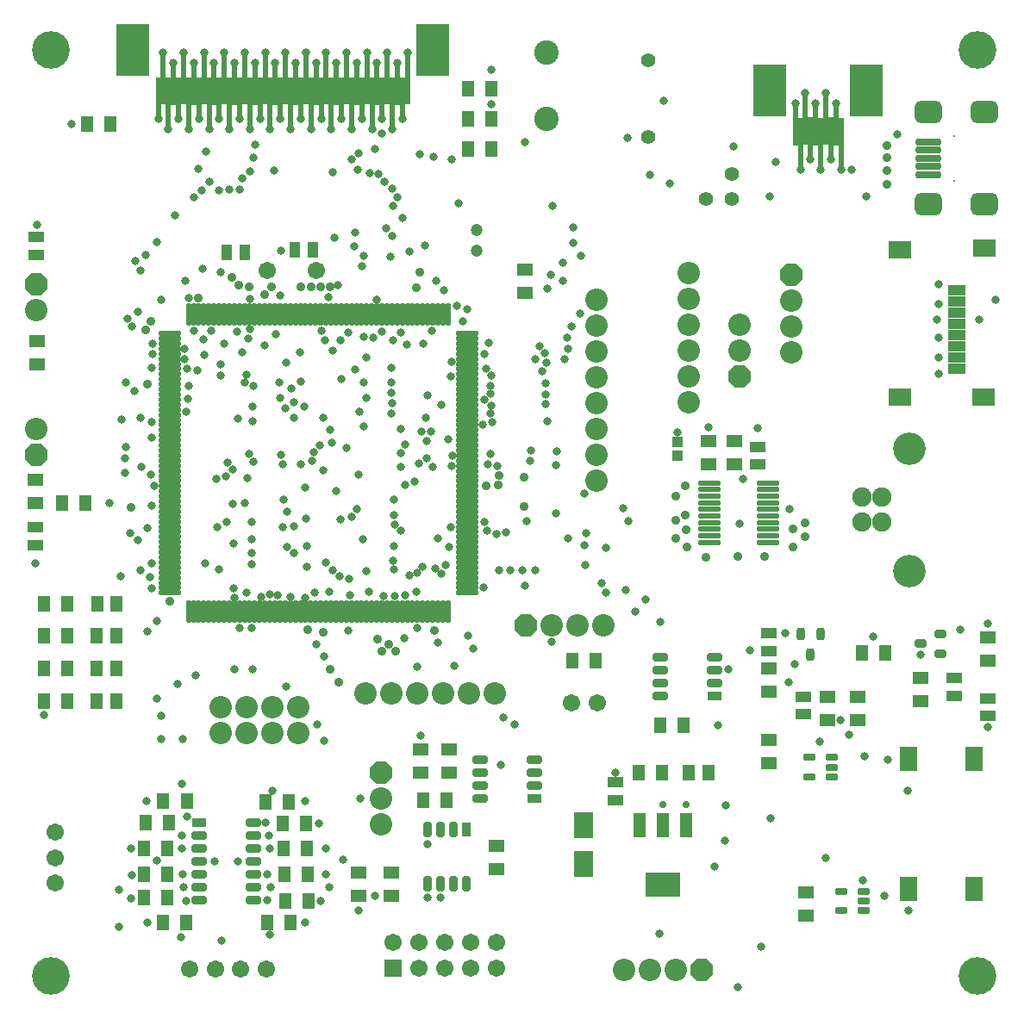
<source format=gts>
G04 Layer_Color=8388736*
%FSLAX44Y44*%
%MOMM*%
G71*
G01*
G75*
%ADD74R,1.2032X1.5032*%
G04:AMPARAMS|DCode=75|XSize=1.524mm|YSize=0.8128mm|CornerRadius=0.254mm|HoleSize=0mm|Usage=FLASHONLY|Rotation=180.000|XOffset=0mm|YOffset=0mm|HoleType=Round|Shape=RoundedRectangle|*
%AMROUNDEDRECTD75*
21,1,1.5240,0.3048,0,0,180.0*
21,1,1.0160,0.8128,0,0,180.0*
1,1,0.5080,-0.5080,0.1524*
1,1,0.5080,0.5080,0.1524*
1,1,0.5080,0.5080,-0.1524*
1,1,0.5080,-0.5080,-0.1524*
%
%ADD75ROUNDEDRECTD75*%
%ADD76R,1.4732X0.8128*%
G04:AMPARAMS|DCode=77|XSize=1.524mm|YSize=0.8128mm|CornerRadius=0.254mm|HoleSize=0mm|Usage=FLASHONLY|Rotation=270.000|XOffset=0mm|YOffset=0mm|HoleType=Round|Shape=RoundedRectangle|*
%AMROUNDEDRECTD77*
21,1,1.5240,0.3048,0,0,270.0*
21,1,1.0160,0.8128,0,0,270.0*
1,1,0.5080,-0.1524,-0.5080*
1,1,0.5080,-0.1524,0.5080*
1,1,0.5080,0.1524,0.5080*
1,1,0.5080,0.1524,-0.5080*
%
%ADD77ROUNDEDRECTD77*%
%ADD78R,0.8128X1.4732*%
%ADD79R,1.5032X1.2032*%
G04:AMPARAMS|DCode=80|XSize=0.8532mm|YSize=1.2032mm|CornerRadius=0.2641mm|HoleSize=0mm|Usage=FLASHONLY|Rotation=180.000|XOffset=0mm|YOffset=0mm|HoleType=Round|Shape=RoundedRectangle|*
%AMROUNDEDRECTD80*
21,1,0.8532,0.6750,0,0,180.0*
21,1,0.3250,1.2032,0,0,180.0*
1,1,0.5282,-0.1625,0.3375*
1,1,0.5282,0.1625,0.3375*
1,1,0.5282,0.1625,-0.3375*
1,1,0.5282,-0.1625,-0.3375*
%
%ADD80ROUNDEDRECTD80*%
G04:AMPARAMS|DCode=81|XSize=0.7032mm|YSize=2.5032mm|CornerRadius=0.2266mm|HoleSize=0mm|Usage=FLASHONLY|Rotation=270.000|XOffset=0mm|YOffset=0mm|HoleType=Round|Shape=RoundedRectangle|*
%AMROUNDEDRECTD81*
21,1,0.7032,2.0500,0,0,270.0*
21,1,0.2500,2.5032,0,0,270.0*
1,1,0.4532,-1.0250,-0.1250*
1,1,0.4532,-1.0250,0.1250*
1,1,0.4532,1.0250,0.1250*
1,1,0.4532,1.0250,-0.1250*
%
%ADD81ROUNDEDRECTD81*%
G04:AMPARAMS|DCode=82|XSize=2.2032mm|YSize=2.7032mm|CornerRadius=0.6016mm|HoleSize=0mm|Usage=FLASHONLY|Rotation=270.000|XOffset=0mm|YOffset=0mm|HoleType=Round|Shape=RoundedRectangle|*
%AMROUNDEDRECTD82*
21,1,2.2032,1.5000,0,0,270.0*
21,1,1.0000,2.7032,0,0,270.0*
1,1,1.2032,-0.7500,-0.5000*
1,1,1.2032,-0.7500,0.5000*
1,1,1.2032,0.7500,0.5000*
1,1,1.2032,0.7500,-0.5000*
%
%ADD82ROUNDEDRECTD82*%
%ADD83R,1.1032X1.0032*%
%ADD84R,0.5032X4.2032*%
%ADD85R,0.5032X5.2032*%
%ADD86R,3.2032X5.2032*%
%ADD87R,1.6032X1.0532*%
%ADD88R,1.0532X1.6032*%
%ADD89R,1.9532X2.6032*%
%ADD90R,1.2032X1.6032*%
%ADD91R,1.2032X2.3532*%
%ADD92R,3.4532X2.3532*%
%ADD93O,2.3032X0.5532*%
%ADD94R,2.2032X1.6532*%
%ADD95R,1.7032X1.0032*%
%ADD96O,0.5032X2.3032*%
%ADD97O,2.3032X0.5032*%
G04:AMPARAMS|DCode=98|XSize=0.8532mm|YSize=1.2032mm|CornerRadius=0.2641mm|HoleSize=0mm|Usage=FLASHONLY|Rotation=90.000|XOffset=0mm|YOffset=0mm|HoleType=Round|Shape=RoundedRectangle|*
%AMROUNDEDRECTD98*
21,1,0.8532,0.6750,0,0,90.0*
21,1,0.3250,1.2032,0,0,90.0*
1,1,0.5282,0.3375,0.1625*
1,1,0.5282,0.3375,-0.1625*
1,1,0.5282,-0.3375,-0.1625*
1,1,0.5282,-0.3375,0.1625*
%
%ADD98ROUNDEDRECTD98*%
G04:AMPARAMS|DCode=99|XSize=0.7532mm|YSize=1.2032mm|CornerRadius=0.2391mm|HoleSize=0mm|Usage=FLASHONLY|Rotation=90.000|XOffset=0mm|YOffset=0mm|HoleType=Round|Shape=RoundedRectangle|*
%AMROUNDEDRECTD99*
21,1,0.7532,0.7250,0,0,90.0*
21,1,0.2750,1.2032,0,0,90.0*
1,1,0.4782,0.3625,0.1375*
1,1,0.4782,0.3625,-0.1375*
1,1,0.4782,-0.3625,-0.1375*
1,1,0.4782,-0.3625,0.1375*
%
%ADD99ROUNDEDRECTD99*%
%ADD100R,1.8032X2.4032*%
%ADD101C,0.9032*%
%ADD102P,2.3847X8X202.5*%
%ADD103C,2.2032*%
%ADD104P,2.3847X8X292.5*%
%ADD105C,1.2032*%
%ADD106C,0.3032*%
%ADD107C,3.2032*%
%ADD108C,1.9032*%
%ADD109C,2.4032*%
%ADD110C,1.7032*%
%ADD111C,1.4032*%
%ADD112R,1.7032X1.7032*%
%ADD113C,0.8032*%
%ADD114C,0.7032*%
%ADD115C,3.7032*%
D74*
X585215Y1637250D02*
D03*
X608216D02*
D03*
X982750Y1613000D02*
D03*
X959750D02*
D03*
X982750Y1642500D02*
D03*
X959750D02*
D03*
X982750Y1672000D02*
D03*
X959750D02*
D03*
X938500Y972500D02*
D03*
X915500D02*
D03*
X802000Y900250D02*
D03*
X779000D02*
D03*
X683000Y852750D02*
D03*
X660000D02*
D03*
X660250Y971500D02*
D03*
X683250D02*
D03*
X762250Y852250D02*
D03*
X785250D02*
D03*
X565750Y1070250D02*
D03*
X542750D02*
D03*
X565750Y1102167D02*
D03*
X542750D02*
D03*
X565750Y1134083D02*
D03*
X542750D02*
D03*
X565750Y1166000D02*
D03*
X542750D02*
D03*
X1346750Y1117750D02*
D03*
X1369750D02*
D03*
X583500Y1264750D02*
D03*
X560500D02*
D03*
X802750Y873500D02*
D03*
X779750D02*
D03*
X1148250Y1046750D02*
D03*
X1171250D02*
D03*
X1062250Y1110250D02*
D03*
X1085250Y1110250D02*
D03*
X1127500Y1000000D02*
D03*
X1150500D02*
D03*
X778500Y925500D02*
D03*
X801500D02*
D03*
X783250Y971000D02*
D03*
X760250D02*
D03*
X777750Y949500D02*
D03*
X800750D02*
D03*
X664250Y899750D02*
D03*
X641250D02*
D03*
X664000Y876750D02*
D03*
X641000D02*
D03*
X664500Y925500D02*
D03*
X641500D02*
D03*
X666000Y950500D02*
D03*
X643000D02*
D03*
D75*
X971330Y974450D02*
D03*
Y987150D02*
D03*
Y1012550D02*
D03*
Y999850D02*
D03*
X1024670Y987150D02*
D03*
Y1012550D02*
D03*
Y999850D02*
D03*
X1201920Y1100850D02*
D03*
X1201920Y1113550D02*
D03*
Y1088150D02*
D03*
X1148580Y1100850D02*
D03*
X1148580Y1113550D02*
D03*
Y1088150D02*
D03*
X1148580Y1075450D02*
D03*
X749170Y912750D02*
D03*
X695830D02*
D03*
X749170Y925450D02*
D03*
X749170Y950850D02*
D03*
Y938150D02*
D03*
Y874650D02*
D03*
X749170Y900050D02*
D03*
X749170Y887350D02*
D03*
X695830Y925450D02*
D03*
X695830Y938150D02*
D03*
Y874650D02*
D03*
Y887350D02*
D03*
X695830Y900050D02*
D03*
D76*
X1024670Y974450D02*
D03*
X1201920Y1075450D02*
D03*
X695830Y950850D02*
D03*
D77*
X958150Y890130D02*
D03*
X945450D02*
D03*
X920050D02*
D03*
X932750D02*
D03*
X945450Y943470D02*
D03*
X920050D02*
D03*
X932750D02*
D03*
D78*
X958150D02*
D03*
D79*
X913250Y999750D02*
D03*
Y1022750D02*
D03*
X941000Y1000000D02*
D03*
Y1023000D02*
D03*
X1015500Y1494250D02*
D03*
Y1471250D02*
D03*
X1469750Y1133000D02*
D03*
Y1110000D02*
D03*
X1404500Y1069750D02*
D03*
Y1092750D02*
D03*
X852250Y878750D02*
D03*
Y901750D02*
D03*
X884100Y901800D02*
D03*
Y878800D02*
D03*
X987600Y905050D02*
D03*
Y928050D02*
D03*
X1255000Y1102500D02*
D03*
Y1079500D02*
D03*
X1312250Y1074250D02*
D03*
Y1051250D02*
D03*
X1254750Y1009000D02*
D03*
Y1032000D02*
D03*
X1291750Y859000D02*
D03*
Y882000D02*
D03*
X1342250Y1051250D02*
D03*
Y1074250D02*
D03*
X1221250Y1302500D02*
D03*
Y1325500D02*
D03*
X1196000Y1302500D02*
D03*
Y1325500D02*
D03*
X536000Y1401250D02*
D03*
Y1424250D02*
D03*
X535000Y1265035D02*
D03*
X535000Y1288035D02*
D03*
D80*
X1305500Y1135750D02*
D03*
X1286500D02*
D03*
X1296000Y1115750D02*
D03*
D81*
X1411750Y1603750D02*
D03*
Y1587750D02*
D03*
Y1595750D02*
D03*
Y1611750D02*
D03*
Y1619750D02*
D03*
D82*
Y1558750D02*
D03*
Y1648750D02*
D03*
X1466750Y1558750D02*
D03*
Y1648750D02*
D03*
D83*
X1165750Y1324500D02*
D03*
Y1311500D02*
D03*
D84*
X895250Y1662250D02*
D03*
X890250Y1677250D02*
D03*
X875250Y1662250D02*
D03*
X870250Y1677250D02*
D03*
X855250Y1662250D02*
D03*
X850250Y1677250D02*
D03*
X835250Y1662250D02*
D03*
X830250Y1677250D02*
D03*
X815250Y1662250D02*
D03*
X810250Y1677250D02*
D03*
X795250Y1662250D02*
D03*
X790250Y1677250D02*
D03*
X775250Y1662250D02*
D03*
X770250Y1677250D02*
D03*
X755250Y1662250D02*
D03*
X750250Y1677250D02*
D03*
X735250Y1662250D02*
D03*
X730250Y1677250D02*
D03*
X690250D02*
D03*
X710250D02*
D03*
X715250Y1662250D02*
D03*
X695250D02*
D03*
X675250D02*
D03*
X670250Y1677250D02*
D03*
X655250Y1662250D02*
D03*
X1321000Y1637500D02*
D03*
X1316000Y1622500D02*
D03*
X1301000Y1637500D02*
D03*
X1296000Y1622500D02*
D03*
X1281000Y1637500D02*
D03*
D85*
X885250Y1657250D02*
D03*
X865250D02*
D03*
X845250D02*
D03*
X825250D02*
D03*
X805250D02*
D03*
X785250D02*
D03*
X765250D02*
D03*
X745250D02*
D03*
X725250D02*
D03*
X705250D02*
D03*
X685250D02*
D03*
X665250D02*
D03*
X900250Y1682250D02*
D03*
X880250D02*
D03*
X860250D02*
D03*
X840250D02*
D03*
X820250D02*
D03*
X800250D02*
D03*
X780250D02*
D03*
X760250D02*
D03*
X740250D02*
D03*
X720250D02*
D03*
X700250D02*
D03*
X680250D02*
D03*
X660250D02*
D03*
X1326000Y1617500D02*
D03*
X1311000Y1642500D02*
D03*
X1306000Y1617500D02*
D03*
X1291000Y1642500D02*
D03*
X1286000Y1617500D02*
D03*
D86*
X630250Y1709750D02*
D03*
X925250D02*
D03*
X1351000Y1670000D02*
D03*
X1256000D02*
D03*
D87*
X1255250Y1136750D02*
D03*
Y1119250D02*
D03*
X1470250Y1055500D02*
D03*
Y1073000D02*
D03*
X1289000Y1057000D02*
D03*
Y1074500D02*
D03*
X1437250Y1075000D02*
D03*
Y1092500D02*
D03*
X1104750Y990500D02*
D03*
Y973000D02*
D03*
X1243750Y1320000D02*
D03*
Y1302500D02*
D03*
X535750Y1508500D02*
D03*
X535750Y1526000D02*
D03*
X535000Y1223250D02*
D03*
X535000Y1240750D02*
D03*
D88*
X722750Y1511250D02*
D03*
X740250D02*
D03*
X789500Y1514000D02*
D03*
X807000D02*
D03*
D89*
X1072750Y909750D02*
D03*
Y947750D02*
D03*
D90*
X614000Y1070000D02*
D03*
X595000D02*
D03*
X614000Y1102500D02*
D03*
X595000D02*
D03*
X614000Y1134000D02*
D03*
X595000D02*
D03*
X614250Y1165750D02*
D03*
X595250D02*
D03*
X1176500Y1000000D02*
D03*
X1195500D02*
D03*
D91*
X1173750Y948000D02*
D03*
X1150750Y948000D02*
D03*
X1127750Y948000D02*
D03*
D92*
X1150750Y889500D02*
D03*
D93*
X1254250Y1226000D02*
D03*
Y1232500D02*
D03*
Y1239000D02*
D03*
Y1245500D02*
D03*
Y1252000D02*
D03*
Y1258500D02*
D03*
Y1265000D02*
D03*
Y1271500D02*
D03*
Y1278000D02*
D03*
Y1284500D02*
D03*
X1196250Y1226000D02*
D03*
Y1232500D02*
D03*
Y1239000D02*
D03*
Y1245500D02*
D03*
Y1252000D02*
D03*
Y1258500D02*
D03*
Y1265000D02*
D03*
Y1271500D02*
D03*
Y1278000D02*
D03*
Y1284500D02*
D03*
D94*
X1384000Y1369000D02*
D03*
Y1514000D02*
D03*
X1467000Y1515000D02*
D03*
X1466000Y1369000D02*
D03*
D95*
X1440000Y1474000D02*
D03*
Y1463000D02*
D03*
Y1452000D02*
D03*
Y1441000D02*
D03*
Y1430000D02*
D03*
Y1419000D02*
D03*
Y1408000D02*
D03*
Y1397000D02*
D03*
D96*
X939971Y1449931D02*
D03*
X934971D02*
D03*
X929971D02*
D03*
X924971D02*
D03*
X919971D02*
D03*
X914971D02*
D03*
X909971D02*
D03*
X904971D02*
D03*
X899971D02*
D03*
X894971D02*
D03*
X889971D02*
D03*
X884971D02*
D03*
X879971D02*
D03*
X874971D02*
D03*
X869971D02*
D03*
X864971D02*
D03*
X859971D02*
D03*
X854971D02*
D03*
X849971D02*
D03*
X844971D02*
D03*
X839971D02*
D03*
X834971D02*
D03*
X829971D02*
D03*
X824971D02*
D03*
X819971D02*
D03*
X814971D02*
D03*
X809971D02*
D03*
X804971D02*
D03*
X799971D02*
D03*
X794971D02*
D03*
X789971D02*
D03*
X784971D02*
D03*
X779971D02*
D03*
X774971D02*
D03*
X769971D02*
D03*
X764971D02*
D03*
X759971D02*
D03*
X754971D02*
D03*
X749971D02*
D03*
X744971D02*
D03*
X739971D02*
D03*
X734971D02*
D03*
X729971D02*
D03*
X724971D02*
D03*
X719971D02*
D03*
X714971D02*
D03*
X709971D02*
D03*
X704971D02*
D03*
X699971D02*
D03*
X694971D02*
D03*
X689971D02*
D03*
X684971D02*
D03*
Y1157931D02*
D03*
X689971D02*
D03*
X694971D02*
D03*
X699971D02*
D03*
X704971D02*
D03*
X709971D02*
D03*
X714971D02*
D03*
X719971D02*
D03*
X724971D02*
D03*
X729971D02*
D03*
X734971D02*
D03*
X739971D02*
D03*
X744971D02*
D03*
X749971D02*
D03*
X754971D02*
D03*
X759971D02*
D03*
X764971D02*
D03*
X769971D02*
D03*
X774971D02*
D03*
X779971D02*
D03*
X784971D02*
D03*
X789971D02*
D03*
X794971D02*
D03*
X799971D02*
D03*
X804971D02*
D03*
X809971D02*
D03*
X814971D02*
D03*
X819971D02*
D03*
X824971D02*
D03*
X829971D02*
D03*
X834971D02*
D03*
X839971D02*
D03*
X844971D02*
D03*
X849971D02*
D03*
X854971D02*
D03*
X859971D02*
D03*
X864971D02*
D03*
X869971D02*
D03*
X874971D02*
D03*
X879971D02*
D03*
X884971D02*
D03*
X889971D02*
D03*
X894971D02*
D03*
X899971D02*
D03*
X904971D02*
D03*
X909971D02*
D03*
X914971D02*
D03*
X919971D02*
D03*
X924971D02*
D03*
X929971D02*
D03*
X934971D02*
D03*
X939971D02*
D03*
D97*
X666471Y1431431D02*
D03*
Y1426431D02*
D03*
Y1421431D02*
D03*
Y1416431D02*
D03*
Y1411431D02*
D03*
Y1406431D02*
D03*
Y1401431D02*
D03*
Y1396431D02*
D03*
Y1391431D02*
D03*
Y1386431D02*
D03*
Y1381431D02*
D03*
Y1376431D02*
D03*
Y1371431D02*
D03*
Y1366431D02*
D03*
Y1361431D02*
D03*
Y1356431D02*
D03*
Y1351431D02*
D03*
Y1346431D02*
D03*
Y1341431D02*
D03*
Y1336431D02*
D03*
Y1331431D02*
D03*
Y1326431D02*
D03*
Y1321431D02*
D03*
Y1316431D02*
D03*
Y1311431D02*
D03*
Y1306431D02*
D03*
Y1301431D02*
D03*
Y1296431D02*
D03*
Y1291431D02*
D03*
Y1286431D02*
D03*
Y1281431D02*
D03*
Y1276431D02*
D03*
Y1271431D02*
D03*
Y1266431D02*
D03*
Y1261431D02*
D03*
Y1256431D02*
D03*
Y1251431D02*
D03*
Y1246431D02*
D03*
Y1241431D02*
D03*
Y1236431D02*
D03*
Y1231431D02*
D03*
Y1226431D02*
D03*
Y1221431D02*
D03*
Y1216431D02*
D03*
Y1211431D02*
D03*
Y1206431D02*
D03*
Y1201431D02*
D03*
Y1196431D02*
D03*
Y1191431D02*
D03*
Y1186431D02*
D03*
Y1181431D02*
D03*
Y1176431D02*
D03*
X958471D02*
D03*
Y1181431D02*
D03*
Y1186431D02*
D03*
Y1191431D02*
D03*
Y1196431D02*
D03*
Y1201431D02*
D03*
Y1206431D02*
D03*
Y1211431D02*
D03*
Y1216431D02*
D03*
Y1221431D02*
D03*
Y1226431D02*
D03*
Y1231431D02*
D03*
Y1236431D02*
D03*
Y1241431D02*
D03*
Y1246431D02*
D03*
Y1251431D02*
D03*
Y1256431D02*
D03*
Y1261431D02*
D03*
Y1266431D02*
D03*
Y1271431D02*
D03*
Y1276431D02*
D03*
Y1281431D02*
D03*
Y1286431D02*
D03*
Y1291431D02*
D03*
Y1296431D02*
D03*
Y1301431D02*
D03*
Y1306431D02*
D03*
Y1311431D02*
D03*
Y1316431D02*
D03*
Y1321431D02*
D03*
Y1326431D02*
D03*
Y1331431D02*
D03*
Y1336431D02*
D03*
Y1341431D02*
D03*
Y1346431D02*
D03*
Y1351431D02*
D03*
Y1356431D02*
D03*
Y1361431D02*
D03*
Y1366431D02*
D03*
Y1371431D02*
D03*
Y1376431D02*
D03*
Y1381431D02*
D03*
Y1386431D02*
D03*
Y1391431D02*
D03*
Y1396431D02*
D03*
Y1401431D02*
D03*
Y1406431D02*
D03*
Y1411431D02*
D03*
Y1416431D02*
D03*
Y1421431D02*
D03*
Y1426431D02*
D03*
Y1431431D02*
D03*
D98*
X1424000Y1117000D02*
D03*
Y1136000D02*
D03*
X1404000Y1126500D02*
D03*
D99*
X1326250Y864250D02*
D03*
Y883250D02*
D03*
X1348250D02*
D03*
X1348250Y873750D02*
D03*
X1348250Y864250D02*
D03*
X1294750Y995750D02*
D03*
Y1014750D02*
D03*
X1316750D02*
D03*
X1316750Y1005250D02*
D03*
X1316750Y995750D02*
D03*
D100*
X1392500Y885500D02*
D03*
X1456500D02*
D03*
X1392500Y1013483D02*
D03*
X1456500D02*
D03*
D101*
X989250Y1282500D02*
D03*
X1371035Y1616250D02*
D03*
Y1604000D02*
D03*
Y1592000D02*
D03*
X1371250Y1578250D02*
D03*
X1193500Y1211250D02*
D03*
X1224750Y1212500D02*
D03*
X1250750D02*
D03*
X832250Y1089000D02*
D03*
X824250Y1101000D02*
D03*
X912000Y1491750D02*
D03*
X1014250Y1290250D02*
D03*
X817000Y1137500D02*
D03*
X1015000Y1261500D02*
D03*
X666500Y1168500D02*
D03*
X908500Y1476500D02*
D03*
X759750Y1469250D02*
D03*
X926500Y1139750D02*
D03*
X888250Y1119250D02*
D03*
X881750Y1125500D02*
D03*
X874750Y1119250D02*
D03*
X870500Y1131250D02*
D03*
X728000Y1486500D02*
D03*
X734250Y1479250D02*
D03*
X744250Y1477250D02*
D03*
X795750D02*
D03*
X805333D02*
D03*
X814917D02*
D03*
X824500D02*
D03*
X1163750Y1271500D02*
D03*
X1172750Y1282000D02*
D03*
X1290500Y1245500D02*
D03*
X977750Y1281750D02*
D03*
X990500Y1292250D02*
D03*
X628750Y1260750D02*
D03*
X644500Y1382000D02*
D03*
X1173000Y1252750D02*
D03*
X1163500Y1247500D02*
D03*
X1173500Y1238750D02*
D03*
X1278750Y1239000D02*
D03*
X1290250Y1232000D02*
D03*
X1278500Y1222000D02*
D03*
X1163750Y1230000D02*
D03*
X1174500Y1222000D02*
D03*
X643000Y1435000D02*
D03*
X647750Y1443250D02*
D03*
X766750Y1477500D02*
D03*
X695000Y1466000D02*
D03*
X802500Y1140500D02*
D03*
D102*
X1016650Y1144250D02*
D03*
X1188850Y805750D02*
D03*
D103*
X1042050Y1144250D02*
D03*
X1067450D02*
D03*
X1092850D02*
D03*
X873750Y974400D02*
D03*
Y949000D02*
D03*
X1277500Y1413150D02*
D03*
Y1438550D02*
D03*
Y1463950D02*
D03*
X1112650Y805750D02*
D03*
X1138050D02*
D03*
X1163450D02*
D03*
X1176500Y1490750D02*
D03*
Y1465350D02*
D03*
Y1439950D02*
D03*
Y1414550D02*
D03*
Y1389150D02*
D03*
Y1363750D02*
D03*
X1226250Y1414250D02*
D03*
Y1439650D02*
D03*
X535750Y1454550D02*
D03*
X535750Y1337450D02*
D03*
X1086000Y1287200D02*
D03*
Y1312600D02*
D03*
Y1338000D02*
D03*
Y1363400D02*
D03*
Y1388800D02*
D03*
Y1414200D02*
D03*
Y1439600D02*
D03*
Y1465000D02*
D03*
X859250Y1077250D02*
D03*
X884650D02*
D03*
X910050D02*
D03*
X935450D02*
D03*
X960850D02*
D03*
X986250D02*
D03*
X792620Y1064220D02*
D03*
Y1038820D02*
D03*
X767220Y1064220D02*
D03*
Y1038820D02*
D03*
X741820Y1064220D02*
D03*
X741820Y1038820D02*
D03*
X716420Y1038820D02*
D03*
X716420Y1064220D02*
D03*
D104*
X873750Y999800D02*
D03*
X1277500Y1489350D02*
D03*
X1226250Y1388850D02*
D03*
X535750Y1479950D02*
D03*
X535750Y1312050D02*
D03*
D105*
X968250Y1532750D02*
D03*
Y1512750D02*
D03*
D106*
X1437375Y1581250D02*
D03*
X1437375Y1625625D02*
D03*
D107*
X1393250Y1198050D02*
D03*
Y1318450D02*
D03*
D108*
X1366150Y1270750D02*
D03*
X1346250Y1245750D02*
D03*
X1366150D02*
D03*
X1346250Y1270750D02*
D03*
D109*
X1036250Y1642250D02*
D03*
Y1707250D02*
D03*
D110*
X554250Y941000D02*
D03*
Y916000D02*
D03*
Y891000D02*
D03*
X686500Y806500D02*
D03*
X711500D02*
D03*
X736500D02*
D03*
X761500D02*
D03*
X987300Y832700D02*
D03*
X987300Y807300D02*
D03*
X961900Y832700D02*
D03*
X961900Y807300D02*
D03*
X936500Y832700D02*
D03*
Y807300D02*
D03*
X911100Y832700D02*
D03*
Y807300D02*
D03*
X885700Y832700D02*
D03*
X1061500Y1068750D02*
D03*
X1086500D02*
D03*
X810800Y1493000D02*
D03*
X762000D02*
D03*
D111*
X1218500Y1588250D02*
D03*
Y1563250D02*
D03*
X1193500D02*
D03*
X1136250Y1700250D02*
D03*
Y1624250D02*
D03*
D112*
X885700Y807300D02*
D03*
D113*
X1224500Y788750D02*
D03*
X1247500Y828750D02*
D03*
X1220250Y1615500D02*
D03*
X1261750Y1600250D02*
D03*
X1286000Y1592500D02*
D03*
X912500Y1608000D02*
D03*
X852500Y1608250D02*
D03*
X845250Y1602250D02*
D03*
X875000Y1628000D02*
D03*
X943750Y1602500D02*
D03*
X982750Y1656500D02*
D03*
Y1690500D02*
D03*
X570500Y1637250D02*
D03*
X1005250Y1047250D02*
D03*
X994290Y1053790D02*
D03*
X1041750Y1128250D02*
D03*
X1095000Y1176500D02*
D03*
X1114500Y1179000D02*
D03*
X1117500Y1247250D02*
D03*
X988000Y1301250D02*
D03*
X1015750Y1183500D02*
D03*
X683250Y956750D02*
D03*
X762000Y900000D02*
D03*
X765250Y925500D02*
D03*
X852250Y864500D02*
D03*
X913250Y1036250D02*
D03*
X854000Y974000D02*
D03*
X991750Y1007750D02*
D03*
X654000Y1072500D02*
D03*
X658500Y1055750D02*
D03*
X674000Y1087250D02*
D03*
X692000Y1095750D02*
D03*
X653750Y1148500D02*
D03*
X920000Y929500D02*
D03*
X812750Y949500D02*
D03*
X760250Y950750D02*
D03*
X764000Y938250D02*
D03*
X814750Y873500D02*
D03*
X765750Y887250D02*
D03*
X762250Y874500D02*
D03*
X767500Y982250D02*
D03*
X733750Y912750D02*
D03*
X710750D02*
D03*
X683000Y873750D02*
D03*
X677250Y838250D02*
D03*
X680250Y887250D02*
D03*
X628750Y875750D02*
D03*
X629000Y899000D02*
D03*
X679500Y899750D02*
D03*
X628500Y925250D02*
D03*
X678500Y925500D02*
D03*
X678250Y938250D02*
D03*
X982548Y1360066D02*
D03*
X983250Y1344750D02*
D03*
X974250Y1341500D02*
D03*
X981750Y1372000D02*
D03*
X975500Y1366750D02*
D03*
X982000Y1380250D02*
D03*
X1212250Y932750D02*
D03*
X1212500Y967750D02*
D03*
X1047000Y1315250D02*
D03*
X1075750Y1235500D02*
D03*
X1057500Y1230000D02*
D03*
X1094750Y1220750D02*
D03*
X1256500Y954750D02*
D03*
X1443250Y1140000D02*
D03*
X1357500Y1133250D02*
D03*
X1148750Y1148250D02*
D03*
X1123750Y1158500D02*
D03*
X1001000Y1198500D02*
D03*
X987500Y1234250D02*
D03*
X635500Y1228250D02*
D03*
X628000Y1235250D02*
D03*
X644750Y1240250D02*
D03*
X745250Y1465750D02*
D03*
X712000Y1288500D02*
D03*
X713000Y1240750D02*
D03*
X647250Y1191750D02*
D03*
X638000Y1199000D02*
D03*
X649000Y1205750D02*
D03*
X747250Y1205000D02*
D03*
X875000Y1433250D02*
D03*
X866750Y1427750D02*
D03*
X856750Y1428500D02*
D03*
X859319Y1407931D02*
D03*
X1311000Y915750D02*
D03*
X942250Y1389000D02*
D03*
X843250Y1174250D02*
D03*
X638500Y1300000D02*
D03*
X651069Y1281431D02*
D03*
X648250Y1293000D02*
D03*
X649250Y1344250D02*
D03*
X648750Y1328750D02*
D03*
X745750Y1435750D02*
D03*
X743500Y1426750D02*
D03*
X732750Y1433000D02*
D03*
X810250Y1126250D02*
D03*
X785000Y1172500D02*
D03*
X756250Y1172750D02*
D03*
X818250Y1031250D02*
D03*
X811250Y1047250D02*
D03*
X780750Y1084500D02*
D03*
X747500Y1141750D02*
D03*
X888000Y1173500D02*
D03*
X979000Y1303000D02*
D03*
X943250Y1301500D02*
D03*
X886000Y1424750D02*
D03*
X893250Y1432500D02*
D03*
X899250Y1420500D02*
D03*
X1226500Y1244500D02*
D03*
X822750Y1467250D02*
D03*
X832000Y1479000D02*
D03*
X648500Y1262500D02*
D03*
X927045Y1200309D02*
D03*
X937721Y1203931D02*
D03*
X862250Y1177500D02*
D03*
X886500Y1199750D02*
D03*
X909971Y1195931D02*
D03*
X909000Y1177500D02*
D03*
X902011Y1193242D02*
D03*
X940750Y1221500D02*
D03*
X851250Y1592250D02*
D03*
X925750Y1605000D02*
D03*
X867750Y1612500D02*
D03*
X946250Y1104500D02*
D03*
X929750Y1127250D02*
D03*
X734971Y1141779D02*
D03*
X1469750Y1146500D02*
D03*
X1470250Y1044500D02*
D03*
X1305250Y1030500D02*
D03*
X1271250Y1136750D02*
D03*
X1274750Y1088750D02*
D03*
X1336000Y1592500D02*
D03*
X1015750Y1619750D02*
D03*
X799750Y852500D02*
D03*
X819750Y925500D02*
D03*
X1104750Y999750D02*
D03*
X730000Y1101750D02*
D03*
X1421500Y1392000D02*
D03*
X1421750Y1408000D02*
D03*
X1421500Y1427250D02*
D03*
Y1460500D02*
D03*
X1421750Y1480000D02*
D03*
X1461500Y1445000D02*
D03*
X777500Y1241000D02*
D03*
X788750Y1241750D02*
D03*
X778543Y1268062D02*
D03*
X800000Y1279750D02*
D03*
X860069Y1367931D02*
D03*
X799971Y1172029D02*
D03*
X772750Y1174250D02*
D03*
X683181Y1396431D02*
D03*
X815750Y1434000D02*
D03*
X819250Y1425000D02*
D03*
X943250Y1403500D02*
D03*
X944431Y1311431D02*
D03*
X942319Y1241431D02*
D03*
X689971Y1434529D02*
D03*
X716500Y1390000D02*
D03*
X738000Y1412901D02*
D03*
X700250Y1410750D02*
D03*
X685000Y1380250D02*
D03*
X781750Y1221750D02*
D03*
X788500Y1215250D02*
D03*
X801000Y1222250D02*
D03*
X823000Y1177250D02*
D03*
X806000Y1306000D02*
D03*
X740500Y1264500D02*
D03*
X813750Y1321500D02*
D03*
X826250Y1324000D02*
D03*
X823750Y1336500D02*
D03*
X701721Y1205250D02*
D03*
X714500Y1200000D02*
D03*
X834000Y1248395D02*
D03*
X845000Y1251000D02*
D03*
X795250Y1303250D02*
D03*
X807750Y1315000D02*
D03*
X850250Y1258500D02*
D03*
X830256Y1276500D02*
D03*
X909971Y1142279D02*
D03*
X884250Y1353000D02*
D03*
X826500Y1199000D02*
D03*
X915221Y1421181D02*
D03*
X884250Y1398000D02*
D03*
X869971Y1464721D02*
D03*
X733221Y1347971D02*
D03*
X747721Y1345181D02*
D03*
X886000Y1208000D02*
D03*
X886500Y1253000D02*
D03*
X910971Y1303681D02*
D03*
X913471Y1335431D02*
D03*
X897721Y1322681D02*
D03*
X924512Y1299997D02*
D03*
X842250Y1432250D02*
D03*
X834000Y1424500D02*
D03*
X886500Y1267931D02*
D03*
X741754Y1390752D02*
D03*
X648750Y1181250D02*
D03*
X764471Y1175431D02*
D03*
X923971Y1433931D02*
D03*
X929971Y1229931D02*
D03*
X918971Y1308681D02*
D03*
X747471Y1246181D02*
D03*
X748471Y1379931D02*
D03*
X693471Y1395181D02*
D03*
X933221Y1195431D02*
D03*
X897971Y1282181D02*
D03*
X700000Y1426000D02*
D03*
X759971Y1419931D02*
D03*
X748221Y1359681D02*
D03*
X746721Y1215431D02*
D03*
X975750Y1246500D02*
D03*
X685000Y1466000D02*
D03*
X684471Y1366931D02*
D03*
X740721Y1383181D02*
D03*
X788500Y1364250D02*
D03*
X788250Y1349000D02*
D03*
X799000Y1359250D02*
D03*
X780000Y1357500D02*
D03*
X721750Y1291000D02*
D03*
X728500Y1264000D02*
D03*
X898000Y1174500D02*
D03*
X857500Y1340000D02*
D03*
X884000Y1383181D02*
D03*
X857250Y1383250D02*
D03*
X746750Y1229000D02*
D03*
X885250Y1363000D02*
D03*
X884500Y1373000D02*
D03*
X834750Y1386500D02*
D03*
X852750Y1354500D02*
D03*
X848750Y1395941D02*
D03*
X893500Y1338000D02*
D03*
X918000Y1349000D02*
D03*
X919000Y1325500D02*
D03*
X886500Y1222500D02*
D03*
X817000Y1349000D02*
D03*
X644000Y971500D02*
D03*
X644500Y852500D02*
D03*
X868350Y878800D02*
D03*
X932750Y876900D02*
D03*
X920050Y877100D02*
D03*
X820250Y900250D02*
D03*
X799500Y971500D02*
D03*
X1021500Y1316250D02*
D03*
X910000Y1104250D02*
D03*
X818500Y1113750D02*
D03*
X698750Y1495000D02*
D03*
X855500Y1497750D02*
D03*
X883750Y1506500D02*
D03*
X1017000Y1247000D02*
D03*
X776250Y1512750D02*
D03*
X877750Y1580750D02*
D03*
X871500Y1588500D02*
D03*
X884750Y1527000D02*
D03*
X878750Y1534500D02*
D03*
X735250Y1573000D02*
D03*
X737500Y1584250D02*
D03*
X745750Y1591000D02*
D03*
X714750Y1572500D02*
D03*
X706000Y1580250D02*
D03*
X976000Y1411500D02*
D03*
X863000Y1589000D02*
D03*
X681500Y1483500D02*
D03*
X698000Y1572500D02*
D03*
X849000Y1531000D02*
D03*
X725250Y1573000D02*
D03*
X748875Y1604125D02*
D03*
X877048Y1173058D02*
D03*
X828000Y1525500D02*
D03*
X695000Y1593500D02*
D03*
X672000Y1547500D02*
D03*
X857500Y1508000D02*
D03*
X702000Y1610500D02*
D03*
X720250Y1421500D02*
D03*
X635500Y1452750D02*
D03*
X637500Y1493250D02*
D03*
X625500Y1446000D02*
D03*
X1368750Y878750D02*
D03*
X1347750Y894250D02*
D03*
X1391250Y982250D02*
D03*
X1372250Y1012500D02*
D03*
X1325500Y1051250D02*
D03*
X1147750Y841750D02*
D03*
X1392500Y864250D02*
D03*
X1201750Y907750D02*
D03*
X654000Y1521000D02*
D03*
X619000Y1347000D02*
D03*
X690500Y1565750D02*
D03*
X827000Y1590000D02*
D03*
X1020750Y1306500D02*
D03*
X1478000Y1465000D02*
D03*
X1420000Y1445000D02*
D03*
X1074000Y1223000D02*
D03*
X1075000Y1204000D02*
D03*
X1091000Y1186000D02*
D03*
X960000Y1134000D02*
D03*
X965000Y1122000D02*
D03*
X1043000Y1557000D02*
D03*
X1041000Y1489000D02*
D03*
X902000Y1512000D02*
D03*
X1351000Y1566000D02*
D03*
X1256000D02*
D03*
X1334000Y1037000D02*
D03*
X840250Y1318901D02*
D03*
X893853Y1300314D02*
D03*
X919750Y1370250D02*
D03*
X923250Y1335250D02*
D03*
X817250Y1297250D02*
D03*
X780538Y1402568D02*
D03*
X794250Y1413181D02*
D03*
X723000Y1304750D02*
D03*
X742750Y1289000D02*
D03*
X728500Y1297750D02*
D03*
X722750Y1246250D02*
D03*
X729286Y1224810D02*
D03*
X800250Y1249250D02*
D03*
X781500Y1256500D02*
D03*
X826750Y1415000D02*
D03*
X801500Y1202500D02*
D03*
X819750Y1206250D02*
D03*
X856221Y1229181D02*
D03*
X893250Y1237500D02*
D03*
X887750Y1244000D02*
D03*
X769500Y1592000D02*
D03*
X890000Y1565250D02*
D03*
X917000Y1518000D02*
D03*
X886250Y1556500D02*
D03*
X885500Y1573750D02*
D03*
X642750Y1508250D02*
D03*
X682471Y1354431D02*
D03*
X775005Y1368251D02*
D03*
X795250Y1383750D02*
D03*
X785750Y1377500D02*
D03*
X1204750Y1046750D02*
D03*
X1236500Y1119750D02*
D03*
X1215000Y1101000D02*
D03*
X658000Y1464250D02*
D03*
X648750Y1398000D02*
D03*
X542750Y1056750D02*
D03*
X629000Y1438250D02*
D03*
X681250Y1406500D02*
D03*
X650069Y1411431D02*
D03*
X681000Y1416500D02*
D03*
X650000Y1421500D02*
D03*
X644500Y1138750D02*
D03*
X658500Y1032500D02*
D03*
X679250Y1032750D02*
D03*
X765000Y840750D02*
D03*
X616500Y884750D02*
D03*
Y848250D02*
D03*
X836500Y914250D02*
D03*
X654000Y913000D02*
D03*
X823250Y887250D02*
D03*
X717500Y834500D02*
D03*
X978250Y1238000D02*
D03*
X997250Y1235750D02*
D03*
X974681Y1181431D02*
D03*
X989750Y1198500D02*
D03*
X1013000Y1198750D02*
D03*
X950250Y1559000D02*
D03*
X982500Y1390500D02*
D03*
X977500Y1397000D02*
D03*
X1045750Y1254750D02*
D03*
X1025500Y1198750D02*
D03*
X954250Y1443750D02*
D03*
X948250Y1458500D02*
D03*
X959000Y1455500D02*
D03*
X935750Y1473750D02*
D03*
X928500Y1483500D02*
D03*
X939885Y1327431D02*
D03*
X893261Y1313998D02*
D03*
X906971Y1285681D02*
D03*
X852009Y1292747D02*
D03*
X859721Y1197931D02*
D03*
X742000Y1176750D02*
D03*
X842750Y1190250D02*
D03*
X716250Y1401000D02*
D03*
X774000Y1382931D02*
D03*
X841750Y1139750D02*
D03*
X774971Y1469029D02*
D03*
X750250Y1617000D02*
D03*
X848250Y1517000D02*
D03*
X1062500Y1520750D02*
D03*
X1037500Y1345000D02*
D03*
X1070250Y1507750D02*
D03*
X1036000Y1362000D02*
D03*
Y1371500D02*
D03*
X1138250Y1587250D02*
D03*
X1157500Y1578500D02*
D03*
X1062500Y1535750D02*
D03*
X1151750Y1660000D02*
D03*
X933250Y1361000D02*
D03*
X809000Y1177000D02*
D03*
X833250Y1192500D02*
D03*
X729971Y1171471D02*
D03*
X729721Y1180931D02*
D03*
X915000Y1202500D02*
D03*
X1275250Y1258500D02*
D03*
X1243750Y1338500D02*
D03*
X749000Y1305250D02*
D03*
X744250Y1313000D02*
D03*
X775505Y1312248D02*
D03*
X777750Y1303250D02*
D03*
X716250Y1492000D02*
D03*
X707000Y1434500D02*
D03*
X771000Y1431000D02*
D03*
X1134250Y1169750D02*
D03*
X618750Y1192500D02*
D03*
X622250Y1294250D02*
D03*
X623500Y1319500D02*
D03*
X622250Y1308750D02*
D03*
X623500Y1383000D02*
D03*
X536500Y1538250D02*
D03*
X607500Y1264750D02*
D03*
X534250Y1205250D02*
D03*
X1026000Y1406000D02*
D03*
X980000Y1422000D02*
D03*
X1035250Y1411750D02*
D03*
X1196000Y1339000D02*
D03*
X1229500Y1288250D02*
D03*
X1381250Y1626750D02*
D03*
X1165750Y1334500D02*
D03*
X748250Y1101500D02*
D03*
X1348750Y1015750D02*
D03*
X981750Y1313000D02*
D03*
X896750Y1131500D02*
D03*
X632000Y1374750D02*
D03*
X890250Y1697250D02*
D03*
X870250D02*
D03*
X850250D02*
D03*
X830250D02*
D03*
X810250D02*
D03*
X790250D02*
D03*
X770250D02*
D03*
X750250D02*
D03*
X730250D02*
D03*
X710250D02*
D03*
X690250D02*
D03*
X835250Y1642250D02*
D03*
X815250D02*
D03*
X795250D02*
D03*
X775250D02*
D03*
X755250D02*
D03*
X735250D02*
D03*
X715250D02*
D03*
X695250D02*
D03*
X675250D02*
D03*
X670250Y1697250D02*
D03*
X900250Y1707250D02*
D03*
X880250D02*
D03*
X860250D02*
D03*
X840250D02*
D03*
X820250D02*
D03*
X800250D02*
D03*
X780250D02*
D03*
X760250D02*
D03*
X740250D02*
D03*
X720250D02*
D03*
X700250D02*
D03*
X680250D02*
D03*
X885250Y1632250D02*
D03*
X865250D02*
D03*
X845250D02*
D03*
X825250D02*
D03*
X805250D02*
D03*
X785250D02*
D03*
X765250D02*
D03*
X745250D02*
D03*
X725250D02*
D03*
X705250D02*
D03*
X685250D02*
D03*
X655250Y1642250D02*
D03*
X660250Y1707250D02*
D03*
X665250Y1632250D02*
D03*
X855250Y1642250D02*
D03*
X875250D02*
D03*
X895250D02*
D03*
X1321000Y1657500D02*
D03*
X1326000Y1592500D02*
D03*
X1316000Y1602500D02*
D03*
X1306000Y1592500D02*
D03*
X1291000Y1667500D02*
D03*
X1311000D02*
D03*
X1281000Y1657500D02*
D03*
X1296000Y1602500D02*
D03*
X1301000Y1657500D02*
D03*
X638000Y1349000D02*
D03*
X632750Y1502500D02*
D03*
X1073500Y1274000D02*
D03*
X1045750Y1302250D02*
D03*
X895250Y1545000D02*
D03*
X1112000Y1259500D02*
D03*
X1053000Y1501000D02*
D03*
X1037500Y1475500D02*
D03*
X1053000Y1483000D02*
D03*
X1061000Y1438250D02*
D03*
X1032750Y1394500D02*
D03*
X1036250Y1402500D02*
D03*
X1029750Y1418500D02*
D03*
X1036000Y1382750D02*
D03*
X1057250Y1427250D02*
D03*
X1058000Y1416000D02*
D03*
X1054500Y1406000D02*
D03*
X1070000Y1450750D02*
D03*
X981250Y1352500D02*
D03*
X678750Y988500D02*
D03*
X1116000Y1623750D02*
D03*
X1280750Y1106750D02*
D03*
X1404000Y1115750D02*
D03*
D114*
X1173750Y968750D02*
D03*
X1150750D02*
D03*
D115*
X550000Y800000D02*
D03*
X1460000D02*
D03*
Y1710000D02*
D03*
X550000D02*
D03*
M02*

</source>
